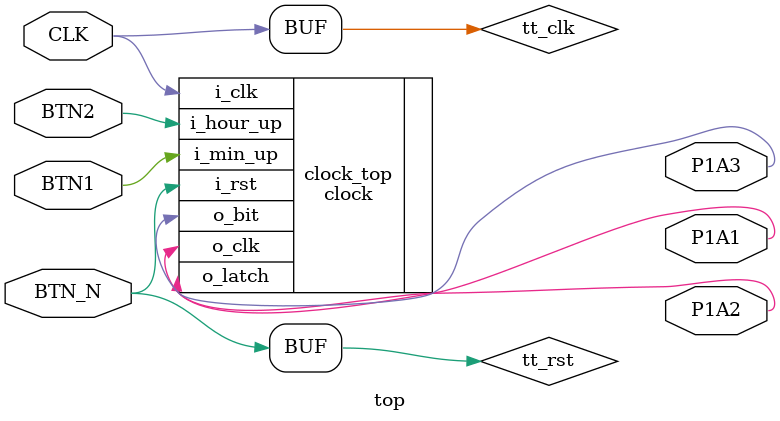
<source format=v>
module top (
	input  CLK,
    input BTN_N,

	input BTN1,
	input BTN2,

	output P1A1, P1A2, P1A3
);

    wire tt_clk;
    wire tt_rst;

    assign tt_clk = CLK;
    assign tt_rst = BTN_N;

clock clock_top (
    .i_clk(tt_clk),
    .i_rst(tt_rst),
    .i_min_up(BTN1),
    .i_hour_up(BTN2),
    .o_clk(P1A1),
    .o_latch(P1A2),
    .o_bit(P1A3)
);


endmodule

</source>
